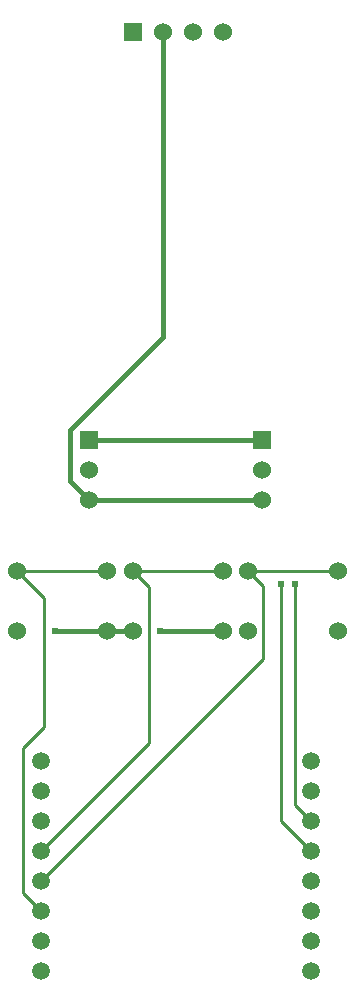
<source format=gtl>
G04 Layer: TopLayer*
G04 EasyEDA v6.5.47, 2024-10-12 02:41:22*
G04 de610928b34d45079a866c0004aef406,b136c329f792480eb7d0c4728c74c1db,10*
G04 Gerber Generator version 0.2*
G04 Scale: 100 percent, Rotated: No, Reflected: No *
G04 Dimensions in millimeters *
G04 leading zeros omitted , absolute positions ,4 integer and 5 decimal *
%FSLAX45Y45*%
%MOMM*%

%ADD10C,0.4000*%
%ADD11C,0.2540*%
%ADD12C,1.5240*%
%ADD13C,1.5080*%
%ADD14R,1.5240X1.5240*%
%ADD15C,0.6200*%

%LPD*%
D10*
X-113537Y1395729D02*
G01*
X-113537Y-1180337D01*
X-901700Y-1968500D01*
X-901700Y-2400300D01*
X-736600Y-2565400D01*
X-139700Y-3670300D02*
G01*
X393700Y-3670300D01*
X-1028700Y-3670300D02*
G01*
X-368300Y-3670300D01*
X-736600Y-2057400D02*
G01*
X723392Y-2057400D01*
X-736600Y-2565400D02*
G01*
X723392Y-2565400D01*
D11*
X889000Y-3276600D02*
G01*
X889000Y-5283200D01*
X1143000Y-5537200D01*
X1143000Y-5283200D02*
G01*
X1003300Y-5143500D01*
X1003300Y-4635500D01*
X1003300Y-3276600D01*
X-1346200Y-3162300D02*
G01*
X-1117600Y-3390900D01*
X-1117600Y-4483100D01*
X-1295400Y-4660900D01*
X-1295400Y-5892800D01*
X-1143000Y-6045200D01*
X-1143000Y-5791200D02*
G01*
X736600Y-3911600D01*
X736600Y-3289300D01*
X609600Y-3162300D01*
X1371600Y-3162300D02*
G01*
X609600Y-3162300D01*
X-1346200Y-3162300D02*
G01*
X-584200Y-3162300D01*
X-368300Y-3162300D02*
G01*
X393700Y-3162300D01*
X-1143000Y-5537200D02*
G01*
X-228600Y-4622800D01*
X-228600Y-3302000D01*
X-368300Y-3162300D01*
D12*
G01*
X-1346200Y-3162300D03*
G01*
X-1346200Y-3670300D03*
G01*
X-584200Y-3162300D03*
G01*
X-584200Y-3670300D03*
G01*
X-368300Y-3162300D03*
G01*
X-368300Y-3670300D03*
G01*
X393700Y-3162300D03*
G01*
X393700Y-3670300D03*
G01*
X609600Y-3162300D03*
G01*
X609600Y-3670300D03*
G01*
X1371600Y-3162300D03*
G01*
X1371600Y-3670300D03*
D13*
G01*
X1143000Y-6553200D03*
G01*
X-1143000Y-6553200D03*
G01*
X1143000Y-4775200D03*
G01*
X1143000Y-5029200D03*
G01*
X1143000Y-5283200D03*
G01*
X1143000Y-5537200D03*
G01*
X1143000Y-5791200D03*
G01*
X1143000Y-6045200D03*
G01*
X1143000Y-6299200D03*
G01*
X-1143000Y-4775200D03*
G01*
X-1143000Y-5029200D03*
G01*
X-1143000Y-5283200D03*
G01*
X-1143000Y-5537200D03*
G01*
X-1143000Y-5791200D03*
G01*
X-1143000Y-6045200D03*
G01*
X-1143000Y-6299200D03*
D12*
G01*
X-736600Y-2565400D03*
G01*
X-736600Y-2311400D03*
G01*
X723392Y-2311400D03*
G01*
X723392Y-2565400D03*
D14*
G01*
X723392Y-2057400D03*
G01*
X-736600Y-2057400D03*
G01*
X-369341Y1395679D03*
D12*
G01*
X-113537Y1395729D03*
G01*
X140462Y1395729D03*
G01*
X394462Y1395729D03*
D15*
G01*
X1003300Y-3276600D03*
G01*
X889000Y-3276600D03*
G01*
X-1028700Y-3670300D03*
G01*
X-139700Y-3670300D03*
M02*

</source>
